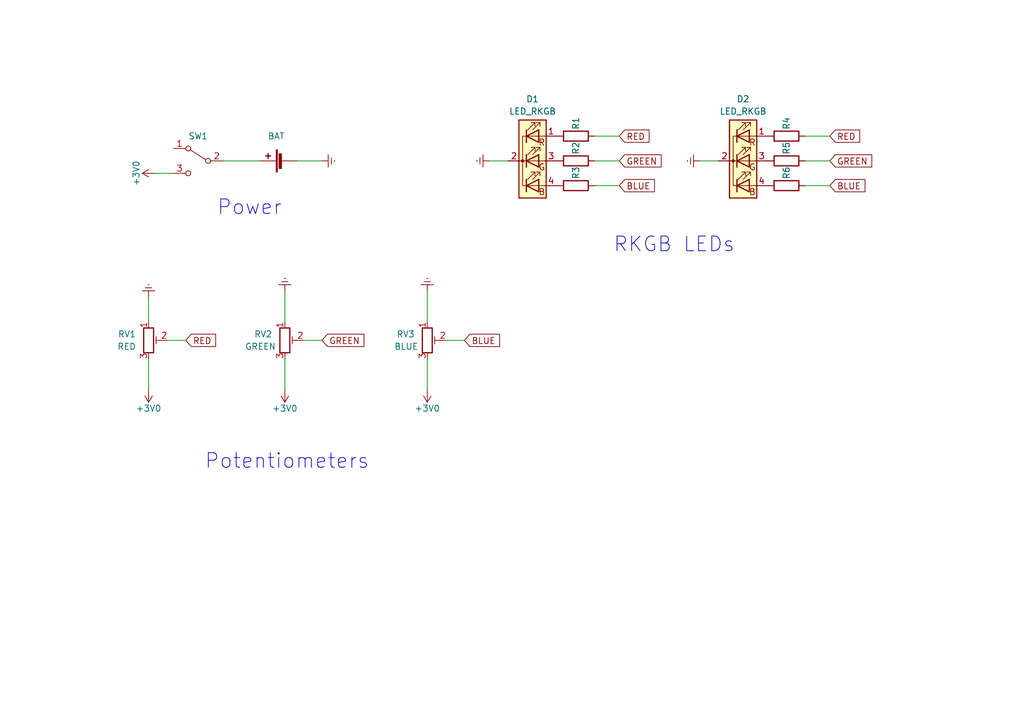
<source format=kicad_sch>
(kicad_sch (version 20230121) (generator eeschema)
  (paper "A5")
  (title_block (title "RGB Cat PCB") (date "2023-04-06") (rev "1") (company "Angelina Tsuboi"))
  (lib_symbols
    (symbol "Device:Battery_Cell" (pin_numbers hide) (pin_names (offset 0) hide)
      (property "Reference" "BT" (at 2.54 2.54 0))
      (property "Value" "Battery_Cell" (at 2.54 0 0))
      (symbol "Battery_Cell_0_1"
        (rectangle (start -2.286 1.778) (end 2.286 1.524) (fill (type outline)))
        (rectangle (start -1.5748 1.1938) (end 1.4732 0.6858) (fill (type outline)))
        (polyline (pts (xy 0 0.762) (xy 0 0)))
        (polyline (pts (xy 0 1.778) (xy 0 2.54)))
        (polyline (pts (xy 0.508 3.429) (xy 1.524 3.429)) (stroke (width 0.254)))
        (polyline (pts (xy 1.016 3.937) (xy 1.016 2.921)) (stroke (width 0.254)))
      )
      (symbol "Battery_Cell_1_1"
        (pin passive line (at 0 5.08 270) (length 2.54) (name "+") (number "1"))
        (pin passive line (at 0 -2.54 90) (length 2.54) (name "-") (number "2"))
      )
    )
    (symbol "Device:LED_RKGB" (pin_names (offset 0) hide)
      (property "Reference" "D" (at 0 9.398 0))
      (property "Value" "LED_RKGB" (at 0 -8.89 0))
      (symbol "LED_RKGB_0_0"
        (text "B" (at 1.905 -6.35 0) (effects (font (size 1.27 1.27))))
        (text "G" (at 1.905 -1.27 0) (effects (font (size 1.27 1.27))))
        (text "R" (at 1.905 3.81 0) (effects (font (size 1.27 1.27))))
      )
      (symbol "LED_RKGB_0_1"
        (circle (center -2.032 0) (radius 0.254) (fill (type outline)))
        (polyline (pts (xy -1.27 -5.08) (xy 1.27 -5.08)))
        (polyline (pts (xy -1.27 -3.81) (xy -1.27 -6.35)) (stroke (width 0.254)))
        (polyline (pts (xy -1.27 0) (xy -2.54 0)))
        (polyline (pts (xy -1.27 1.27) (xy -1.27 -1.27)) (stroke (width 0.254)))
        (polyline (pts (xy -1.27 5.08) (xy 1.27 5.08)))
        (polyline (pts (xy -1.27 6.35) (xy -1.27 3.81)) (stroke (width 0.254)))
        (polyline (pts (xy 1.27 -5.08) (xy 2.54 -5.08)))
        (polyline (pts (xy 1.27 0) (xy -1.27 0)))
        (polyline (pts (xy 1.27 0) (xy 2.54 0)))
        (polyline (pts (xy 1.27 5.08) (xy 2.54 5.08)))
        (polyline (pts (xy -1.27 1.27) (xy -1.27 -1.27) (xy -1.27 -1.27)))
        (polyline (pts (xy -1.27 6.35) (xy -1.27 3.81) (xy -1.27 3.81)))
        (polyline (pts (xy -1.27 5.08) (xy -2.032 5.08) (xy -2.032 -5.08) (xy -1.016 -5.08)))
        (polyline (pts (xy 1.27 -3.81) (xy 1.27 -6.35) (xy -1.27 -5.08) (xy 1.27 -3.81)) (stroke (width 0.254)))
        (polyline (pts (xy 1.27 1.27) (xy 1.27 -1.27) (xy -1.27 0) (xy 1.27 1.27)) (stroke (width 0.254)))
        (polyline (pts (xy 1.27 6.35) (xy 1.27 3.81) (xy -1.27 5.08) (xy 1.27 6.35)) (stroke (width 0.254)))
        (polyline (pts (xy -1.016 -3.81) (xy 0.508 -2.286) (xy -0.254 -2.286) (xy 0.508 -2.286) (xy 0.508 -3.048)))
        (polyline (pts (xy -1.016 1.27) (xy 0.508 2.794) (xy -0.254 2.794) (xy 0.508 2.794) (xy 0.508 2.032)))
        (polyline (pts (xy -1.016 6.35) (xy 0.508 7.874) (xy -0.254 7.874) (xy 0.508 7.874) (xy 0.508 7.112)))
        (polyline (pts (xy 0 -3.81) (xy 1.524 -2.286) (xy 0.762 -2.286) (xy 1.524 -2.286) (xy 1.524 -3.048)))
        (polyline (pts (xy 0 1.27) (xy 1.524 2.794) (xy 0.762 2.794) (xy 1.524 2.794) (xy 1.524 2.032)))
        (polyline (pts (xy 0 6.35) (xy 1.524 7.874) (xy 0.762 7.874) (xy 1.524 7.874) (xy 1.524 7.112)))
        (rectangle (start 1.27 -1.27) (end 1.27 1.27))
        (rectangle (start 1.27 1.27) (end 1.27 1.27))
        (rectangle (start 1.27 3.81) (end 1.27 6.35))
        (rectangle (start 1.27 6.35) (end 1.27 6.35))
        (rectangle (start 2.794 8.382) (end -2.794 -7.62) (stroke (width 0.254)) (fill (type background)))
      )
      (symbol "LED_RKGB_1_1"
        (pin passive line (at 5.08 5.08 180) (length 2.54) (name "RA") (number "1"))
        (pin passive line (at -5.08 0 0) (length 2.54) (name "K") (number "2"))
        (pin passive line (at 5.08 0 180) (length 2.54) (name "GA") (number "3"))
        (pin passive line (at 5.08 -5.08 180) (length 2.54) (name "BA") (number "4"))
      )
    )
    (symbol "Device:R" (pin_numbers hide) (pin_names (offset 0))
      (property "Reference" "R" (at 2.032 0 90))
      (property "Value" "R" (at 0 0 90))
      (symbol "R_0_1"
        (rectangle (start -1.016 -2.54) (end 1.016 2.54) (stroke (width 0.254)))
      )
      (symbol "R_1_1"
        (pin passive line (at 0 3.81 270) (length 1.27) (name "~") (number "1"))
        (pin passive line (at 0 -3.81 90) (length 1.27) (name "~") (number "2"))
      )
    )
    (symbol "Device:R_Potentiometer_Trim" (pin_names (offset 1.016) hide)
      (property "Reference" "RV" (at -4.445 0 90))
      (property "Value" "R_Potentiometer_Trim" (at -2.54 0 90))
      (symbol "R_Potentiometer_Trim_0_1"
        (polyline (pts (xy 1.524 0.762) (xy 1.524 -0.762)))
        (polyline (pts (xy 2.54 0) (xy 1.524 0)))
        (rectangle (start 1.016 2.54) (end -1.016 -2.54) (stroke (width 0.254)))
      )
      (symbol "R_Potentiometer_Trim_1_1"
        (pin passive line (at 0 3.81 270) (length 1.27) (name "1") (number "1"))
        (pin passive line (at 3.81 0 180) (length 1.27) (name "2") (number "2"))
        (pin passive line (at 0 -3.81 90) (length 1.27) (name "3") (number "3"))
      )
    )
    (symbol "Switch:SW_SPDT" (pin_names (offset 0) hide)
      (property "Reference" "SW" (at 0 4.318 0))
      (property "Value" "SW_SPDT" (at 0 -5.08 0))
      (symbol "SW_SPDT_0_0"
        (circle (center -2.032 0) (radius 0.508))
        (circle (center 2.032 -2.54) (radius 0.508))
      )
      (symbol "SW_SPDT_0_1"
        (polyline (pts (xy -1.524 0.254) (xy 1.651 2.286)))
        (circle (center 2.032 2.54) (radius 0.508))
      )
      (symbol "SW_SPDT_1_1"
        (pin passive line (at 5.08 2.54 180) (length 2.54) (name "A") (number "1"))
        (pin passive line (at -5.08 0 0) (length 2.54) (name "B") (number "2"))
        (pin passive line (at 5.08 -2.54 180) (length 2.54) (name "C") (number "3"))
      )
    )
    (symbol "power:+3V0" (power) (pin_names (offset 0))
      (property "Value" "+3V0" (at 0 3.556 0))
      (symbol "+3V0_0_1"
        (polyline (pts (xy -0.762 1.27) (xy 0 2.54)))
        (polyline (pts (xy 0 0) (xy 0 2.54)))
        (polyline (pts (xy 0 2.54) (xy 0.762 1.27)))
      )
      (symbol "+3V0_1_1"
        (pin power_in line (at 0 0 90) (length 0) hide (name "+3V0") (number "1"))
      )
    )
    (symbol "power:GNDREF" (power) (pin_names (offset 0))
      (property "Value" "GNDREF" (at 0 -3.81 0))
      (symbol "GNDREF_0_1"
        (polyline (pts (xy -0.635 -1.905) (xy 0.635 -1.905)))
        (polyline (pts (xy -0.127 -2.54) (xy 0.127 -2.54)))
        (polyline (pts (xy 0 -1.27) (xy 0 0)))
        (polyline (pts (xy 1.27 -1.27) (xy -1.27 -1.27)))
      )
      (symbol "GNDREF_1_1"
        (pin power_in line (at 0 0 270) (length 0) hide (name "GNDREF") (number "1"))
      )
    )
  )
  (wire (pts (xy 58.42 73.66) (xy 58.42 80.01)))
  (wire (pts (xy 45.72 33.02) (xy 53.34 33.02)))
  (wire (pts (xy 143.51 33.02) (xy 147.32 33.02)))
  (wire (pts (xy 165.1 38.1) (xy 170.18 38.1)))
  (wire (pts (xy 87.63 73.66) (xy 87.63 80.01)))
  (wire (pts (xy 91.44 69.85) (xy 95.25 69.85)))
  (wire (pts (xy 121.92 33.02) (xy 127 33.02)))
  (wire (pts (xy 58.42 59.69) (xy 58.42 66.04)))
  (wire (pts (xy 30.48 60.96) (xy 30.48 66.04)))
  (wire (pts (xy 165.1 27.94) (xy 170.18 27.94)))
  (wire (pts (xy 121.92 38.1) (xy 127 38.1)))
  (wire (pts (xy 165.1 33.02) (xy 170.18 33.02)))
  (wire (pts (xy 62.23 69.85) (xy 66.04 69.85)))
  (wire (pts (xy 121.92 27.94) (xy 127 27.94)))
  (wire (pts (xy 100.33 33.02) (xy 104.14 33.02)))
  (wire (pts (xy 30.48 73.66) (xy 30.48 80.01)))
  (wire (pts (xy 87.63 59.69) (xy 87.63 66.04)))
  (wire (pts (xy 31.75 35.56) (xy 35.56 35.56)))
  (wire (pts (xy 60.96 33.02) (xy 66.04 33.02)))
  (wire (pts (xy 34.29 69.85) (xy 38.1 69.85)))
  (text "Power\n" (at 44.45 44.45 0) (effects (font (size 3 3)) (justify left bottom)))
  (text "RKGB LEDs\n" (at 125.73 52.07 0) (effects (font (size 3 3)) (justify left bottom)))
  (text "Potentiometers\n" (at 41.91 96.52 0) (effects (font (size 3 3)) (justify left bottom)))
  (global_label "RED" (shape input) (at 38.1 69.85 0) (property "Intersheetrefs" "${INTERSHEET_REFS}" (effects hide)))
  (global_label "GREEN" (shape input) (at 127 33.02 0) (property "Intersheetrefs" "${INTERSHEET_REFS}" (effects hide)))
  (global_label "GREEN" (shape input) (at 170.18 33.02 0) (property "Intersheetrefs" "${INTERSHEET_REFS}" (effects hide)))
  (global_label "RED" (shape input) (at 170.18 27.94 0) (property "Intersheetrefs" "${INTERSHEET_REFS}" (effects hide)))
  (global_label "GREEN" (shape input) (at 66.04 69.85 0) (property "Intersheetrefs" "${INTERSHEET_REFS}" (effects hide)))
  (global_label "BLUE" (shape input) (at 95.25 69.85 0) (property "Intersheetrefs" "${INTERSHEET_REFS}" (effects hide)))
  (global_label "RED" (shape input) (at 127 27.94 0) (property "Intersheetrefs" "${INTERSHEET_REFS}" (effects hide)))
  (global_label "BLUE" (shape input) (at 170.18 38.1 0) (property "Intersheetrefs" "${INTERSHEET_REFS}" (effects hide)))
  (global_label "BLUE" (shape input) (at 127 38.1 0) (property "Intersheetrefs" "${INTERSHEET_REFS}" (effects hide)))
  (symbol (lib_id "Device:R") (at 161.29 27.94 90) (unit 1)
    (property "Reference" "R4" (at 161.29 26.67 0) (effects (justify left)))
    (property "Value" "R" (effects hide))
    (property "Footprint" "Resistor_THT:R_Axial_DIN0309_L9.0mm_D3.2mm_P20.32mm_Horizontal" (effects hide))
  )
  (symbol (lib_id "power:+3V0") (at 30.48 80.01 180) (unit 1)
    (property "Reference" "#PWR06" (effects hide))
    (property "Value" "+3V0" (at 30.48 83.82 0))
  )
  (symbol (lib_id "power:GNDREF") (at 30.48 60.96 180) (unit 1)
    (property "Reference" "#PWR05" (effects hide))
    (property "Value" "GNDREF" (effects hide))
  )
  (symbol (lib_id "power:GNDREF") (at 87.63 59.69 180) (unit 1)
    (property "Reference" "#PWR010" (effects hide))
    (property "Value" "GNDREF" (effects hide))
  )
  (symbol (lib_id "power:GNDREF") (at 58.42 59.69 180) (unit 1)
    (property "Reference" "#PWR08" (effects hide))
    (property "Value" "GNDREF" (effects hide))
  )
  (symbol (lib_id "Switch:SW_SPDT") (at 40.64 33.02 0) (mirror y) (unit 1)
    (property "Reference" "SW1" (at 40.64 27.94 0))
    (property "Value" "SW_SPDT" (effects hide))
    (property "Footprint" "SW SS12D:Schiebeschalter SS-12D00.kicad_mod" (effects hide))
  )
  (symbol (lib_id "Device:Battery_Cell") (at 58.42 33.02 90) (unit 1)
    (property "Reference" "BT1" (effects hide))
    (property "Value" "BAT" (at 58.42 27.94 90) (effects (justify left)))
    (property "Footprint" "Battery:BatteryHolder_Keystone_107_1x23mm" (effects hide))
  )
  (symbol (lib_id "Device:R") (at 118.11 27.94 90) (unit 1)
    (property "Reference" "R1" (at 118.11 26.67 0) (effects (justify left)))
    (property "Value" "R" (effects hide))
    (property "Footprint" "Resistor_THT:R_Axial_DIN0309_L9.0mm_D3.2mm_P20.32mm_Horizontal" (effects hide))
  )
  (symbol (lib_id "Device:R") (at 118.11 33.02 90) (unit 1)
    (property "Reference" "R2" (at 118.11 31.75 0) (effects (justify left)))
    (property "Value" "R" (effects hide))
    (property "Footprint" "Resistor_THT:R_Axial_DIN0309_L9.0mm_D3.2mm_P20.32mm_Horizontal" (effects hide))
  )
  (symbol (lib_id "power:+3V0") (at 31.75 35.56 90) (unit 1)
    (property "Reference" "#PWR01" (effects hide))
    (property "Value" "+3V0" (at 27.94 35.56 0))
  )
  (symbol (lib_id "power:GNDREF") (at 100.33 33.02 270) (mirror x) (unit 1)
    (property "Reference" "#PWR03" (effects hide))
    (property "Value" "GNDREF" (effects hide))
  )
  (symbol (lib_id "power:+3V0") (at 58.42 80.01 180) (unit 1)
    (property "Reference" "#PWR09" (effects hide))
    (property "Value" "+3V0" (at 58.42 83.82 0))
  )
  (symbol (lib_id "Device:LED_RKGB") (at 109.22 33.02 0) (unit 1)
    (property "Reference" "D1" (at 109.22 20.32 0))
    (property "Value" "LED_RKGB" (at 109.22 22.86 0))
    (property "Footprint" "LED_THT:LED_D5.0mm-4_RGB_Wide_Pins" (effects hide))
  )
  (symbol (lib_id "power:+3V0") (at 87.63 80.01 180) (unit 1)
    (property "Reference" "#PWR07" (effects hide))
    (property "Value" "+3V0" (at 87.63 83.82 0))
  )
  (symbol (lib_id "power:GNDREF") (at 66.04 33.02 90) (unit 1)
    (property "Reference" "#PWR02" (effects hide))
    (property "Value" "GNDREF" (effects hide))
  )
  (symbol (lib_id "Device:LED_RKGB") (at 152.4 33.02 0) (unit 1)
    (property "Reference" "D2" (at 152.4 20.32 0))
    (property "Value" "LED_RKGB" (at 152.4 22.86 0))
    (property "Footprint" "LED_THT:LED_D5.0mm-4_RGB_Wide_Pins" (effects hide))
  )
  (symbol (lib_id "Device:R") (at 161.29 33.02 90) (unit 1)
    (property "Reference" "R5" (at 161.29 31.75 0) (effects (justify left)))
    (property "Value" "R" (effects hide))
    (property "Footprint" "Resistor_THT:R_Axial_DIN0309_L9.0mm_D3.2mm_P20.32mm_Horizontal" (effects hide))
  )
  (symbol (lib_id "Device:R_Potentiometer_Trim") (at 58.42 69.85 0) (unit 1)
    (property "Reference" "RV2" (at 55.88 68.58 0) (effects (justify right)))
    (property "Value" "GREEN" (at 56.61 71.12 0) (effects (justify right)))
    (property "Footprint" "Potentiometer_THT:Potentiometer_Bourns_3386P_Vertical" (effects hide))
  )
  (symbol (lib_id "Device:R") (at 118.11 38.1 90) (unit 1)
    (property "Reference" "R3" (at 118.11 36.83 0) (effects (justify left)))
    (property "Value" "R" (effects hide))
    (property "Footprint" "Resistor_THT:R_Axial_DIN0309_L9.0mm_D3.2mm_P20.32mm_Horizontal" (effects hide))
  )
  (symbol (lib_id "Device:R") (at 161.29 38.1 90) (unit 1)
    (property "Reference" "R6" (at 161.29 36.83 0) (effects (justify left)))
    (property "Value" "R" (effects hide))
    (property "Footprint" "Resistor_THT:R_Axial_DIN0309_L9.0mm_D3.2mm_P20.32mm_Horizontal" (effects hide))
  )
  (symbol (lib_id "Device:R_Potentiometer_Trim") (at 87.63 69.85 0) (unit 1)
    (property "Reference" "RV3" (at 85.09 68.58 0) (effects (justify right)))
    (property "Value" "BLUE" (at 85.82 71.12 0) (effects (justify right)))
    (property "Footprint" "Potentiometer_THT:Potentiometer_Bourns_3386P_Vertical" (effects hide))
  )
  (symbol (lib_id "power:GNDREF") (at 143.51 33.02 270) (mirror x) (unit 1)
    (property "Reference" "#PWR04" (effects hide))
    (property "Value" "GNDREF" (effects hide))
  )
  (symbol (lib_id "Device:R_Potentiometer_Trim") (at 30.48 69.85 0) (unit 1)
    (property "Reference" "RV1" (at 27.94 68.58 0) (effects (justify right)))
    (property "Value" "RED" (at 27.94 71.12 0) (effects (justify right)))
    (property "Footprint" "Potentiometer_THT:Potentiometer_Bourns_3386P_Vertical" (effects hide))
  )
)
</source>
